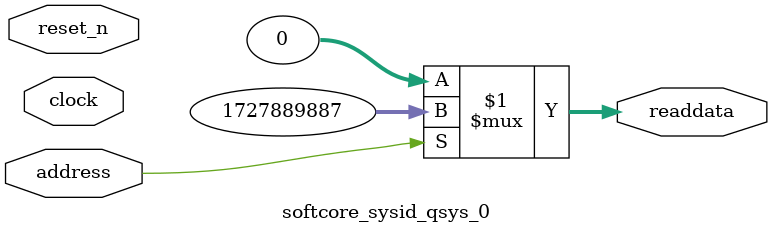
<source format=v>



// synthesis translate_off
`timescale 1ns / 1ps
// synthesis translate_on

// turn off superfluous verilog processor warnings 
// altera message_level Level1 
// altera message_off 10034 10035 10036 10037 10230 10240 10030 

module softcore_sysid_qsys_0 (
               // inputs:
                address,
                clock,
                reset_n,

               // outputs:
                readdata
             )
;

  output  [ 31: 0] readdata;
  input            address;
  input            clock;
  input            reset_n;

  wire    [ 31: 0] readdata;
  //control_slave, which is an e_avalon_slave
  assign readdata = address ? 1727889887 : 0;

endmodule



</source>
